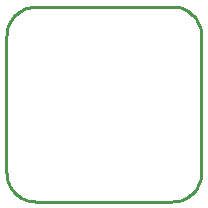
<source format=gbr>
G04 EAGLE Gerber RS-274X export*
G75*
%MOMM*%
%FSLAX34Y34*%
%LPD*%
%IN*%
%IPPOS*%
%AMOC8*
5,1,8,0,0,1.08239X$1,22.5*%
G01*
%ADD10C,0.254000*%


D10*
X0Y25400D02*
X97Y23186D01*
X386Y20989D01*
X865Y18826D01*
X1532Y16713D01*
X2380Y14666D01*
X3403Y12700D01*
X4594Y10831D01*
X5942Y9073D01*
X7440Y7440D01*
X9073Y5942D01*
X10831Y4594D01*
X12700Y3403D01*
X14666Y2380D01*
X16713Y1532D01*
X18826Y865D01*
X20989Y386D01*
X23186Y97D01*
X25400Y0D01*
X139700Y0D01*
X141861Y39D01*
X144010Y266D01*
X146131Y680D01*
X148208Y1276D01*
X150226Y2052D01*
X152168Y3000D01*
X154019Y4114D01*
X155767Y5386D01*
X157397Y6804D01*
X158898Y8360D01*
X160257Y10040D01*
X161465Y11833D01*
X162511Y13723D01*
X163389Y15698D01*
X164092Y17742D01*
X164613Y19839D01*
X164950Y21974D01*
X165100Y24130D01*
X165100Y140970D01*
X164950Y143126D01*
X164614Y145261D01*
X164092Y147358D01*
X163389Y149402D01*
X162511Y151377D01*
X161465Y153267D01*
X160257Y155060D01*
X158898Y156740D01*
X157398Y158296D01*
X155767Y159714D01*
X154019Y160986D01*
X152168Y162100D01*
X150226Y163048D01*
X148208Y163824D01*
X146131Y164421D01*
X144010Y164834D01*
X141861Y165061D01*
X139700Y165100D01*
X25400Y165100D01*
X23186Y165003D01*
X20989Y164714D01*
X18826Y164235D01*
X16713Y163568D01*
X14666Y162720D01*
X12700Y161697D01*
X10831Y160506D01*
X9073Y159158D01*
X7440Y157661D01*
X5942Y156027D01*
X4594Y154269D01*
X3403Y152400D01*
X2380Y150435D01*
X1532Y148387D01*
X865Y146274D01*
X386Y144111D01*
X97Y141914D01*
X0Y139700D01*
X0Y25400D01*
M02*

</source>
